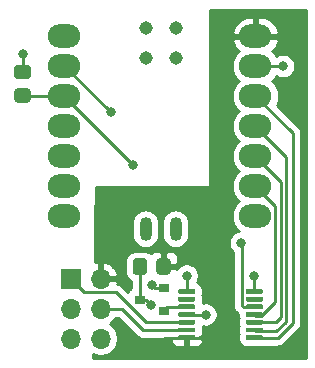
<source format=gbr>
%TF.GenerationSoftware,KiCad,Pcbnew,(5.1.9)-1*%
%TF.CreationDate,2021-01-02T03:16:17-08:00*%
%TF.ProjectId,xiao-isp-programmer,7869616f-2d69-4737-902d-70726f677261,rev?*%
%TF.SameCoordinates,Original*%
%TF.FileFunction,Copper,L1,Top*%
%TF.FilePolarity,Positive*%
%FSLAX46Y46*%
G04 Gerber Fmt 4.6, Leading zero omitted, Abs format (unit mm)*
G04 Created by KiCad (PCBNEW (5.1.9)-1) date 2021-01-02 03:16:17*
%MOMM*%
%LPD*%
G01*
G04 APERTURE LIST*
%TA.AperFunction,ComponentPad*%
%ADD10R,1.700000X1.700000*%
%TD*%
%TA.AperFunction,ComponentPad*%
%ADD11O,1.700000X1.700000*%
%TD*%
%TA.AperFunction,SMDPad,CuDef*%
%ADD12R,0.900000X0.800000*%
%TD*%
%TA.AperFunction,SMDPad,CuDef*%
%ADD13O,2.748280X1.998980*%
%TD*%
%TA.AperFunction,SMDPad,CuDef*%
%ADD14O,1.016000X2.032000*%
%TD*%
%TA.AperFunction,SMDPad,CuDef*%
%ADD15C,1.143000*%
%TD*%
%TA.AperFunction,ViaPad*%
%ADD16C,0.800000*%
%TD*%
%TA.AperFunction,Conductor*%
%ADD17C,0.250000*%
%TD*%
%TA.AperFunction,Conductor*%
%ADD18C,0.254000*%
%TD*%
%TA.AperFunction,Conductor*%
%ADD19C,0.100000*%
%TD*%
G04 APERTURE END LIST*
D10*
%TO.P,J1,1*%
%TO.N,MISO*%
X49530000Y-168402000D03*
D11*
%TO.P,J1,2*%
%TO.N,+5V*%
X52070000Y-168402000D03*
%TO.P,J1,3*%
%TO.N,SCK*%
X49530000Y-170942000D03*
%TO.P,J1,4*%
%TO.N,MOSI*%
X52070000Y-170942000D03*
%TO.P,J1,5*%
%TO.N,~RESET*%
X49530000Y-173482000D03*
%TO.P,J1,6*%
%TO.N,GND*%
X52070000Y-173482000D03*
%TD*%
D12*
%TO.P,Q1,1*%
%TO.N,Net-(Q1-Pad1)*%
X57404000Y-171130000D03*
%TO.P,Q1,2*%
%TO.N,GND*%
X57404000Y-169230000D03*
%TO.P,Q1,3*%
%TO.N,~RESET*%
X55404000Y-170180000D03*
%TD*%
%TO.P,R1,1*%
%TO.N,+5V*%
%TA.AperFunction,SMDPad,CuDef*%
G36*
G01*
X58004000Y-166935999D02*
X58004000Y-167836001D01*
G75*
G02*
X57754001Y-168086000I-249999J0D01*
G01*
X57053999Y-168086000D01*
G75*
G02*
X56804000Y-167836001I0J249999D01*
G01*
X56804000Y-166935999D01*
G75*
G02*
X57053999Y-166686000I249999J0D01*
G01*
X57754001Y-166686000D01*
G75*
G02*
X58004000Y-166935999I0J-249999D01*
G01*
G37*
%TD.AperFunction*%
%TO.P,R1,2*%
%TO.N,~RESET*%
%TA.AperFunction,SMDPad,CuDef*%
G36*
G01*
X56004000Y-166935999D02*
X56004000Y-167836001D01*
G75*
G02*
X55754001Y-168086000I-249999J0D01*
G01*
X55053999Y-168086000D01*
G75*
G02*
X54804000Y-167836001I0J249999D01*
G01*
X54804000Y-166935999D01*
G75*
G02*
X55053999Y-166686000I249999J0D01*
G01*
X55754001Y-166686000D01*
G75*
G02*
X56004000Y-166935999I0J-249999D01*
G01*
G37*
%TD.AperFunction*%
%TD*%
D13*
%TO.P,U1,14*%
%TO.N,+5V*%
X65180681Y-147878801D03*
%TO.P,U1,13*%
%TO.N,GND*%
X65180681Y-150418801D03*
%TO.P,U1,12*%
%TO.N,+3V3*%
X65180681Y-152958801D03*
%TO.P,U1,11*%
%TO.N,Net-(U1-Pad11)*%
X65180681Y-155498801D03*
%TO.P,U1,10*%
%TO.N,Net-(U1-Pad10)*%
X65180681Y-158038801D03*
%TO.P,U1,9*%
%TO.N,Net-(U1-Pad9)*%
X65180681Y-160578801D03*
%TO.P,U1,8*%
%TO.N,N/C*%
X65180681Y-163118801D03*
%TO.P,U1,7*%
X49016121Y-163118801D03*
%TO.P,U1,6*%
X49016121Y-160578801D03*
%TO.P,U1,5*%
X49016121Y-158038801D03*
%TO.P,U1,4*%
X49016121Y-155498801D03*
%TO.P,U1,3*%
%TO.N,OE*%
X49016121Y-152958801D03*
%TO.P,U1,2*%
%TO.N,RESET*%
X49016121Y-150418801D03*
%TO.P,U1,1*%
%TO.N,N/C*%
X49016121Y-147878801D03*
D14*
%TO.P,U1,15*%
X55883001Y-164196621D03*
%TO.P,U1,16*%
X58433001Y-164196621D03*
D15*
%TO.P,U1,17*%
X55881804Y-147192434D03*
%TO.P,U1,18*%
X58421804Y-147192434D03*
%TO.P,U1,19*%
X55881804Y-149732434D03*
%TO.P,U1,20*%
X58421804Y-149732434D03*
%TD*%
%TO.P,U2,1*%
%TO.N,+3V3*%
%TA.AperFunction,SMDPad,CuDef*%
G36*
G01*
X65830000Y-173300000D02*
X65830000Y-173500000D01*
G75*
G02*
X65730000Y-173600000I-100000J0D01*
G01*
X64455000Y-173600000D01*
G75*
G02*
X64355000Y-173500000I0J100000D01*
G01*
X64355000Y-173300000D01*
G75*
G02*
X64455000Y-173200000I100000J0D01*
G01*
X65730000Y-173200000D01*
G75*
G02*
X65830000Y-173300000I0J-100000D01*
G01*
G37*
%TD.AperFunction*%
%TO.P,U2,2*%
%TO.N,Net-(U1-Pad11)*%
%TA.AperFunction,SMDPad,CuDef*%
G36*
G01*
X65830000Y-172650000D02*
X65830000Y-172850000D01*
G75*
G02*
X65730000Y-172950000I-100000J0D01*
G01*
X64455000Y-172950000D01*
G75*
G02*
X64355000Y-172850000I0J100000D01*
G01*
X64355000Y-172650000D01*
G75*
G02*
X64455000Y-172550000I100000J0D01*
G01*
X65730000Y-172550000D01*
G75*
G02*
X65830000Y-172650000I0J-100000D01*
G01*
G37*
%TD.AperFunction*%
%TO.P,U2,3*%
%TO.N,Net-(U1-Pad10)*%
%TA.AperFunction,SMDPad,CuDef*%
G36*
G01*
X65830000Y-172000000D02*
X65830000Y-172200000D01*
G75*
G02*
X65730000Y-172300000I-100000J0D01*
G01*
X64455000Y-172300000D01*
G75*
G02*
X64355000Y-172200000I0J100000D01*
G01*
X64355000Y-172000000D01*
G75*
G02*
X64455000Y-171900000I100000J0D01*
G01*
X65730000Y-171900000D01*
G75*
G02*
X65830000Y-172000000I0J-100000D01*
G01*
G37*
%TD.AperFunction*%
%TO.P,U2,4*%
%TO.N,Net-(U1-Pad9)*%
%TA.AperFunction,SMDPad,CuDef*%
G36*
G01*
X65830000Y-171350000D02*
X65830000Y-171550000D01*
G75*
G02*
X65730000Y-171650000I-100000J0D01*
G01*
X64455000Y-171650000D01*
G75*
G02*
X64355000Y-171550000I0J100000D01*
G01*
X64355000Y-171350000D01*
G75*
G02*
X64455000Y-171250000I100000J0D01*
G01*
X65730000Y-171250000D01*
G75*
G02*
X65830000Y-171350000I0J-100000D01*
G01*
G37*
%TD.AperFunction*%
%TO.P,U2,5*%
%TO.N,RESET*%
%TA.AperFunction,SMDPad,CuDef*%
G36*
G01*
X65830000Y-170700000D02*
X65830000Y-170900000D01*
G75*
G02*
X65730000Y-171000000I-100000J0D01*
G01*
X64455000Y-171000000D01*
G75*
G02*
X64355000Y-170900000I0J100000D01*
G01*
X64355000Y-170700000D01*
G75*
G02*
X64455000Y-170600000I100000J0D01*
G01*
X65730000Y-170600000D01*
G75*
G02*
X65830000Y-170700000I0J-100000D01*
G01*
G37*
%TD.AperFunction*%
%TO.P,U2,6*%
%TO.N,N/C*%
%TA.AperFunction,SMDPad,CuDef*%
G36*
G01*
X65830000Y-170050000D02*
X65830000Y-170250000D01*
G75*
G02*
X65730000Y-170350000I-100000J0D01*
G01*
X64455000Y-170350000D01*
G75*
G02*
X64355000Y-170250000I0J100000D01*
G01*
X64355000Y-170050000D01*
G75*
G02*
X64455000Y-169950000I100000J0D01*
G01*
X65730000Y-169950000D01*
G75*
G02*
X65830000Y-170050000I0J-100000D01*
G01*
G37*
%TD.AperFunction*%
%TO.P,U2,7*%
%TO.N,GND*%
%TA.AperFunction,SMDPad,CuDef*%
G36*
G01*
X65830000Y-169400000D02*
X65830000Y-169600000D01*
G75*
G02*
X65730000Y-169700000I-100000J0D01*
G01*
X64455000Y-169700000D01*
G75*
G02*
X64355000Y-169600000I0J100000D01*
G01*
X64355000Y-169400000D01*
G75*
G02*
X64455000Y-169300000I100000J0D01*
G01*
X65730000Y-169300000D01*
G75*
G02*
X65830000Y-169400000I0J-100000D01*
G01*
G37*
%TD.AperFunction*%
%TO.P,U2,8*%
%TO.N,OE*%
%TA.AperFunction,SMDPad,CuDef*%
G36*
G01*
X60105000Y-169400000D02*
X60105000Y-169600000D01*
G75*
G02*
X60005000Y-169700000I-100000J0D01*
G01*
X58730000Y-169700000D01*
G75*
G02*
X58630000Y-169600000I0J100000D01*
G01*
X58630000Y-169400000D01*
G75*
G02*
X58730000Y-169300000I100000J0D01*
G01*
X60005000Y-169300000D01*
G75*
G02*
X60105000Y-169400000I0J-100000D01*
G01*
G37*
%TD.AperFunction*%
%TO.P,U2,9*%
%TO.N,N/C*%
%TA.AperFunction,SMDPad,CuDef*%
G36*
G01*
X60105000Y-170050000D02*
X60105000Y-170250000D01*
G75*
G02*
X60005000Y-170350000I-100000J0D01*
G01*
X58730000Y-170350000D01*
G75*
G02*
X58630000Y-170250000I0J100000D01*
G01*
X58630000Y-170050000D01*
G75*
G02*
X58730000Y-169950000I100000J0D01*
G01*
X60005000Y-169950000D01*
G75*
G02*
X60105000Y-170050000I0J-100000D01*
G01*
G37*
%TD.AperFunction*%
%TO.P,U2,10*%
%TO.N,Net-(Q1-Pad1)*%
%TA.AperFunction,SMDPad,CuDef*%
G36*
G01*
X60105000Y-170700000D02*
X60105000Y-170900000D01*
G75*
G02*
X60005000Y-171000000I-100000J0D01*
G01*
X58730000Y-171000000D01*
G75*
G02*
X58630000Y-170900000I0J100000D01*
G01*
X58630000Y-170700000D01*
G75*
G02*
X58730000Y-170600000I100000J0D01*
G01*
X60005000Y-170600000D01*
G75*
G02*
X60105000Y-170700000I0J-100000D01*
G01*
G37*
%TD.AperFunction*%
%TO.P,U2,11*%
%TO.N,SCK*%
%TA.AperFunction,SMDPad,CuDef*%
G36*
G01*
X60105000Y-171350000D02*
X60105000Y-171550000D01*
G75*
G02*
X60005000Y-171650000I-100000J0D01*
G01*
X58730000Y-171650000D01*
G75*
G02*
X58630000Y-171550000I0J100000D01*
G01*
X58630000Y-171350000D01*
G75*
G02*
X58730000Y-171250000I100000J0D01*
G01*
X60005000Y-171250000D01*
G75*
G02*
X60105000Y-171350000I0J-100000D01*
G01*
G37*
%TD.AperFunction*%
%TO.P,U2,12*%
%TO.N,MISO*%
%TA.AperFunction,SMDPad,CuDef*%
G36*
G01*
X60105000Y-172000000D02*
X60105000Y-172200000D01*
G75*
G02*
X60005000Y-172300000I-100000J0D01*
G01*
X58730000Y-172300000D01*
G75*
G02*
X58630000Y-172200000I0J100000D01*
G01*
X58630000Y-172000000D01*
G75*
G02*
X58730000Y-171900000I100000J0D01*
G01*
X60005000Y-171900000D01*
G75*
G02*
X60105000Y-172000000I0J-100000D01*
G01*
G37*
%TD.AperFunction*%
%TO.P,U2,13*%
%TO.N,MOSI*%
%TA.AperFunction,SMDPad,CuDef*%
G36*
G01*
X60105000Y-172650000D02*
X60105000Y-172850000D01*
G75*
G02*
X60005000Y-172950000I-100000J0D01*
G01*
X58730000Y-172950000D01*
G75*
G02*
X58630000Y-172850000I0J100000D01*
G01*
X58630000Y-172650000D01*
G75*
G02*
X58730000Y-172550000I100000J0D01*
G01*
X60005000Y-172550000D01*
G75*
G02*
X60105000Y-172650000I0J-100000D01*
G01*
G37*
%TD.AperFunction*%
%TO.P,U2,14*%
%TO.N,+5V*%
%TA.AperFunction,SMDPad,CuDef*%
G36*
G01*
X60105000Y-173300000D02*
X60105000Y-173500000D01*
G75*
G02*
X60005000Y-173600000I-100000J0D01*
G01*
X58730000Y-173600000D01*
G75*
G02*
X58630000Y-173500000I0J100000D01*
G01*
X58630000Y-173300000D01*
G75*
G02*
X58730000Y-173200000I100000J0D01*
G01*
X60005000Y-173200000D01*
G75*
G02*
X60105000Y-173300000I0J-100000D01*
G01*
G37*
%TD.AperFunction*%
%TD*%
%TO.P,R2,1*%
%TO.N,OE*%
%TA.AperFunction,SMDPad,CuDef*%
G36*
G01*
X45916001Y-153508000D02*
X45015999Y-153508000D01*
G75*
G02*
X44766000Y-153258001I0J249999D01*
G01*
X44766000Y-152557999D01*
G75*
G02*
X45015999Y-152308000I249999J0D01*
G01*
X45916001Y-152308000D01*
G75*
G02*
X46166000Y-152557999I0J-249999D01*
G01*
X46166000Y-153258001D01*
G75*
G02*
X45916001Y-153508000I-249999J0D01*
G01*
G37*
%TD.AperFunction*%
%TO.P,R2,2*%
%TO.N,GND*%
%TA.AperFunction,SMDPad,CuDef*%
G36*
G01*
X45916001Y-151508000D02*
X45015999Y-151508000D01*
G75*
G02*
X44766000Y-151258001I0J249999D01*
G01*
X44766000Y-150557999D01*
G75*
G02*
X45015999Y-150308000I249999J0D01*
G01*
X45916001Y-150308000D01*
G75*
G02*
X46166000Y-150557999I0J-249999D01*
G01*
X46166000Y-151258001D01*
G75*
G02*
X45916001Y-151508000I-249999J0D01*
G01*
G37*
%TD.AperFunction*%
%TD*%
D16*
%TO.N,GND*%
X65092500Y-168216500D03*
X45466000Y-149352000D03*
X67513199Y-150418801D03*
X56388000Y-168910000D03*
%TO.N,SCK*%
X60960000Y-171450000D03*
%TO.N,~RESET*%
X56355643Y-170685599D03*
%TO.N,OE*%
X54835660Y-158778340D03*
X59367500Y-168148000D03*
%TO.N,RESET*%
X52930660Y-154333340D03*
X63979660Y-165382340D03*
%TD*%
D17*
%TO.N,GND*%
X65092500Y-169500000D02*
X65092500Y-168216500D01*
X45466000Y-150908000D02*
X45466000Y-149352000D01*
X65180681Y-150418801D02*
X67513199Y-150418801D01*
X57404000Y-169230000D02*
X56708000Y-169230000D01*
X56708000Y-169230000D02*
X56388000Y-168910000D01*
%TO.N,MISO*%
X50705001Y-169577001D02*
X49530000Y-168402000D01*
X53365999Y-169577001D02*
X50705001Y-169577001D01*
X55888998Y-172100000D02*
X53365999Y-169577001D01*
X59367500Y-172100000D02*
X55888998Y-172100000D01*
%TO.N,+5V*%
X59367500Y-173400000D02*
X57486000Y-173400000D01*
X59367500Y-173400000D02*
X61386000Y-173400000D01*
%TO.N,SCK*%
X59367500Y-171450000D02*
X60960000Y-171450000D01*
%TO.N,MOSI*%
X59367500Y-172750000D02*
X55656000Y-172750000D01*
X53848000Y-170942000D02*
X52070000Y-170942000D01*
X55656000Y-172750000D02*
X53848000Y-170942000D01*
%TO.N,~RESET*%
X55404000Y-170180000D02*
X55404000Y-167386000D01*
X56385599Y-170685599D02*
X56355643Y-170685599D01*
X55880000Y-170180000D02*
X56385599Y-170685599D01*
X55404000Y-170180000D02*
X55880000Y-170180000D01*
%TO.N,Net-(Q1-Pad1)*%
X57734000Y-170800000D02*
X57404000Y-171130000D01*
X59367500Y-170800000D02*
X57734000Y-170800000D01*
%TO.N,+3V3*%
X68326000Y-156104120D02*
X65180681Y-152958801D01*
X68326000Y-172141468D02*
X68326000Y-156104120D01*
X67067468Y-173400000D02*
X68326000Y-172141468D01*
X65092500Y-173400000D02*
X67067468Y-173400000D01*
%TO.N,Net-(U1-Pad11)*%
X66956068Y-172874990D02*
X65217490Y-172874990D01*
X67779849Y-172051209D02*
X66956068Y-172874990D01*
X67779849Y-158097969D02*
X67779849Y-172051209D01*
X65217490Y-172874990D02*
X65092500Y-172750000D01*
X65180681Y-155498801D02*
X67779849Y-158097969D01*
%TO.N,Net-(U1-Pad10)*%
X66914000Y-172100000D02*
X65092500Y-172100000D01*
X67329840Y-171684160D02*
X66914000Y-172100000D01*
X67329840Y-160187960D02*
X67329840Y-171684160D01*
X65180681Y-158038801D02*
X67329840Y-160187960D01*
%TO.N,Net-(U1-Pad9)*%
X65217490Y-171574990D02*
X65092500Y-171450000D01*
X65656068Y-171574990D02*
X65217490Y-171574990D01*
X66879831Y-170351227D02*
X65656068Y-171574990D01*
X66879831Y-162277951D02*
X66879831Y-170351227D01*
X65180681Y-160578801D02*
X66879831Y-162277951D01*
%TO.N,OE*%
X48965320Y-152908000D02*
X49016121Y-152958801D01*
X45450000Y-152908000D02*
X48965320Y-152908000D01*
X54835660Y-158778340D02*
X49016121Y-152958801D01*
X59367500Y-169500000D02*
X59367500Y-168148000D01*
%TO.N,RESET*%
X64153962Y-170800000D02*
X65092500Y-170800000D01*
X64029990Y-170676028D02*
X64153962Y-170800000D01*
X64029990Y-165432670D02*
X64029990Y-170676028D01*
X49016121Y-150418801D02*
X52930660Y-154333340D01*
X63979660Y-165382340D02*
X64029990Y-165432670D01*
%TD*%
D18*
%TO.N,+5V*%
X69444000Y-175108000D02*
X51446017Y-175108000D01*
X51450604Y-174832790D01*
X51636842Y-174909932D01*
X51923740Y-174967000D01*
X52216260Y-174967000D01*
X52503158Y-174909932D01*
X52773411Y-174797990D01*
X53016632Y-174635475D01*
X53223475Y-174428632D01*
X53385990Y-174185411D01*
X53497932Y-173915158D01*
X53555000Y-173628260D01*
X53555000Y-173335740D01*
X53497932Y-173048842D01*
X53385990Y-172778589D01*
X53223475Y-172535368D01*
X53016632Y-172328525D01*
X52842240Y-172212000D01*
X53016632Y-172095475D01*
X53223475Y-171888632D01*
X53348178Y-171702000D01*
X53533199Y-171702000D01*
X55092200Y-173261002D01*
X55115999Y-173290001D01*
X55144997Y-173313799D01*
X55231723Y-173384974D01*
X55332403Y-173438789D01*
X55363753Y-173455546D01*
X55507014Y-173499003D01*
X55618667Y-173510000D01*
X55618676Y-173510000D01*
X55655999Y-173513676D01*
X55693322Y-173510000D01*
X57995000Y-173510000D01*
X57995000Y-173527002D01*
X58099748Y-173527002D01*
X57995000Y-173631750D01*
X58006132Y-173733883D01*
X58044239Y-173853021D01*
X58104856Y-173962436D01*
X58185654Y-174057922D01*
X58283529Y-174135811D01*
X58394718Y-174193109D01*
X58514948Y-174227614D01*
X58639600Y-174238000D01*
X59081750Y-174235000D01*
X59240500Y-174076250D01*
X59240500Y-173588072D01*
X59494500Y-173588072D01*
X59494500Y-174076250D01*
X59653250Y-174235000D01*
X60095400Y-174238000D01*
X60220052Y-174227614D01*
X60340282Y-174193109D01*
X60451471Y-174135811D01*
X60549346Y-174057922D01*
X60630144Y-173962436D01*
X60690761Y-173853021D01*
X60728868Y-173733883D01*
X60740000Y-173631750D01*
X60581250Y-173473000D01*
X60397622Y-173473000D01*
X60415051Y-173463684D01*
X60526896Y-173371896D01*
X60563741Y-173327000D01*
X60581250Y-173327000D01*
X60740000Y-173168250D01*
X60728868Y-173066117D01*
X60717650Y-173031045D01*
X60728890Y-172993991D01*
X60743072Y-172850000D01*
X60743072Y-172650000D01*
X60728890Y-172506009D01*
X60713813Y-172456308D01*
X60858061Y-172485000D01*
X61061939Y-172485000D01*
X61261898Y-172445226D01*
X61450256Y-172367205D01*
X61619774Y-172253937D01*
X61763937Y-172109774D01*
X61877205Y-171940256D01*
X61955226Y-171751898D01*
X61995000Y-171551939D01*
X61995000Y-171348061D01*
X61955226Y-171148102D01*
X61877205Y-170959744D01*
X61763937Y-170790226D01*
X61619774Y-170646063D01*
X61450256Y-170532795D01*
X61261898Y-170454774D01*
X61061939Y-170415000D01*
X60858061Y-170415000D01*
X60713813Y-170443692D01*
X60728890Y-170393991D01*
X60743072Y-170250000D01*
X60743072Y-170050000D01*
X60728890Y-169906009D01*
X60704316Y-169825000D01*
X60728890Y-169743991D01*
X60743072Y-169600000D01*
X60743072Y-169400000D01*
X60728890Y-169256009D01*
X60686890Y-169117552D01*
X60618684Y-168989949D01*
X60526896Y-168878104D01*
X60415051Y-168786316D01*
X60287448Y-168718110D01*
X60240803Y-168703960D01*
X60284705Y-168638256D01*
X60362726Y-168449898D01*
X60402500Y-168249939D01*
X60402500Y-168046061D01*
X60362726Y-167846102D01*
X60284705Y-167657744D01*
X60171437Y-167488226D01*
X60027274Y-167344063D01*
X59857756Y-167230795D01*
X59669398Y-167152774D01*
X59469439Y-167113000D01*
X59265561Y-167113000D01*
X59065602Y-167152774D01*
X58877244Y-167230795D01*
X58707726Y-167344063D01*
X58563563Y-167488226D01*
X58520269Y-167553019D01*
X58480250Y-167513000D01*
X57531000Y-167513000D01*
X57531000Y-167533000D01*
X57277000Y-167533000D01*
X57277000Y-167513000D01*
X57257000Y-167513000D01*
X57257000Y-167259000D01*
X57277000Y-167259000D01*
X57277000Y-166209750D01*
X57531000Y-166209750D01*
X57531000Y-167259000D01*
X58480250Y-167259000D01*
X58639000Y-167100250D01*
X58642072Y-166686000D01*
X58629812Y-166561518D01*
X58593502Y-166441820D01*
X58534537Y-166331506D01*
X58455185Y-166234815D01*
X58358494Y-166155463D01*
X58248180Y-166096498D01*
X58128482Y-166060188D01*
X58004000Y-166047928D01*
X57689750Y-166051000D01*
X57531000Y-166209750D01*
X57277000Y-166209750D01*
X57118250Y-166051000D01*
X56804000Y-166047928D01*
X56679518Y-166060188D01*
X56559820Y-166096498D01*
X56449506Y-166155463D01*
X56352815Y-166234815D01*
X56328637Y-166264276D01*
X56247387Y-166197595D01*
X56093851Y-166115528D01*
X55927255Y-166064992D01*
X55754001Y-166047928D01*
X55053999Y-166047928D01*
X54880745Y-166064992D01*
X54714149Y-166115528D01*
X54560613Y-166197595D01*
X54426038Y-166308038D01*
X54315595Y-166442613D01*
X54233528Y-166596149D01*
X54182992Y-166762745D01*
X54165928Y-166935999D01*
X54165928Y-167836001D01*
X54182992Y-168009255D01*
X54233528Y-168175851D01*
X54315595Y-168329387D01*
X54426038Y-168463962D01*
X54560613Y-168574405D01*
X54644001Y-168618977D01*
X54644000Y-169225680D01*
X54599506Y-169249463D01*
X54502815Y-169328815D01*
X54423463Y-169425506D01*
X54376732Y-169512932D01*
X53929803Y-169066004D01*
X53906000Y-169037000D01*
X53790275Y-168942027D01*
X53658246Y-168871455D01*
X53514985Y-168827998D01*
X53491224Y-168825658D01*
X53511476Y-168758890D01*
X53390155Y-168529000D01*
X52197000Y-168529000D01*
X52197000Y-168549000D01*
X51943000Y-168549000D01*
X51943000Y-168529000D01*
X51923000Y-168529000D01*
X51923000Y-168275000D01*
X51943000Y-168275000D01*
X51943000Y-167081186D01*
X52197000Y-167081186D01*
X52197000Y-168275000D01*
X53390155Y-168275000D01*
X53511476Y-168045110D01*
X53466825Y-167897901D01*
X53341641Y-167635080D01*
X53167588Y-167401731D01*
X52951355Y-167206822D01*
X52701252Y-167057843D01*
X52426891Y-166960519D01*
X52197000Y-167081186D01*
X51943000Y-167081186D01*
X51713109Y-166960519D01*
X51581028Y-167007372D01*
X51637276Y-163632476D01*
X54740001Y-163632476D01*
X54740001Y-164760767D01*
X54756540Y-164928688D01*
X54821898Y-165144144D01*
X54928034Y-165342710D01*
X55070869Y-165516754D01*
X55244913Y-165659589D01*
X55443479Y-165765724D01*
X55658935Y-165831082D01*
X55883001Y-165853151D01*
X56107068Y-165831082D01*
X56322524Y-165765724D01*
X56521090Y-165659589D01*
X56695134Y-165516754D01*
X56837969Y-165342710D01*
X56944104Y-165144144D01*
X57009462Y-164928688D01*
X57026001Y-164760767D01*
X57026001Y-163632476D01*
X57290001Y-163632476D01*
X57290001Y-164760767D01*
X57306540Y-164928688D01*
X57371898Y-165144144D01*
X57478034Y-165342710D01*
X57620869Y-165516754D01*
X57794913Y-165659589D01*
X57993479Y-165765724D01*
X58208935Y-165831082D01*
X58433001Y-165853151D01*
X58657068Y-165831082D01*
X58872524Y-165765724D01*
X59071090Y-165659589D01*
X59245134Y-165516754D01*
X59387969Y-165342710D01*
X59421273Y-165280401D01*
X62944660Y-165280401D01*
X62944660Y-165484279D01*
X62984434Y-165684238D01*
X63062455Y-165872596D01*
X63175723Y-166042114D01*
X63269990Y-166136381D01*
X63269991Y-170638696D01*
X63266314Y-170676028D01*
X63269991Y-170713361D01*
X63280988Y-170825014D01*
X63284853Y-170837754D01*
X63324444Y-170968274D01*
X63395016Y-171100304D01*
X63436387Y-171150714D01*
X63489990Y-171216029D01*
X63518988Y-171239827D01*
X63590158Y-171310997D01*
X63613961Y-171340001D01*
X63716928Y-171424504D01*
X63716928Y-171550000D01*
X63731110Y-171693991D01*
X63755684Y-171775000D01*
X63731110Y-171856009D01*
X63716928Y-172000000D01*
X63716928Y-172200000D01*
X63731110Y-172343991D01*
X63755684Y-172425000D01*
X63731110Y-172506009D01*
X63716928Y-172650000D01*
X63716928Y-172850000D01*
X63731110Y-172993991D01*
X63755684Y-173075000D01*
X63731110Y-173156009D01*
X63716928Y-173300000D01*
X63716928Y-173500000D01*
X63731110Y-173643991D01*
X63773110Y-173782448D01*
X63841316Y-173910051D01*
X63933104Y-174021896D01*
X64044949Y-174113684D01*
X64172552Y-174181890D01*
X64311009Y-174223890D01*
X64455000Y-174238072D01*
X65730000Y-174238072D01*
X65873991Y-174223890D01*
X66012448Y-174181890D01*
X66053401Y-174160000D01*
X67030146Y-174160000D01*
X67067468Y-174163676D01*
X67104790Y-174160000D01*
X67104801Y-174160000D01*
X67216454Y-174149003D01*
X67359715Y-174105546D01*
X67491744Y-174034974D01*
X67607469Y-173940001D01*
X67631272Y-173910997D01*
X68837004Y-172705266D01*
X68866001Y-172681469D01*
X68900034Y-172640000D01*
X68960974Y-172565745D01*
X69031546Y-172433715D01*
X69061493Y-172334990D01*
X69075003Y-172290454D01*
X69086000Y-172178801D01*
X69086000Y-172178792D01*
X69089676Y-172141469D01*
X69086000Y-172104146D01*
X69086000Y-156141445D01*
X69089676Y-156104120D01*
X69086000Y-156066795D01*
X69086000Y-156066787D01*
X69075003Y-155955134D01*
X69031546Y-155811873D01*
X68960974Y-155679844D01*
X68866001Y-155564119D01*
X68837003Y-155540321D01*
X67006977Y-153710296D01*
X67072709Y-153587320D01*
X67166171Y-153279217D01*
X67197729Y-152958801D01*
X67166171Y-152638385D01*
X67072709Y-152330282D01*
X66920935Y-152046334D01*
X66716682Y-151797450D01*
X66584292Y-151688801D01*
X66716682Y-151580152D01*
X66920935Y-151331268D01*
X66945914Y-151284537D01*
X67022943Y-151336006D01*
X67211301Y-151414027D01*
X67411260Y-151453801D01*
X67615138Y-151453801D01*
X67815097Y-151414027D01*
X68003455Y-151336006D01*
X68172973Y-151222738D01*
X68317136Y-151078575D01*
X68430404Y-150909057D01*
X68508425Y-150720699D01*
X68548199Y-150520740D01*
X68548199Y-150316862D01*
X68508425Y-150116903D01*
X68430404Y-149928545D01*
X68317136Y-149759027D01*
X68172973Y-149614864D01*
X68003455Y-149501596D01*
X67815097Y-149423575D01*
X67615138Y-149383801D01*
X67411260Y-149383801D01*
X67211301Y-149423575D01*
X67022943Y-149501596D01*
X66945914Y-149553065D01*
X66920935Y-149506334D01*
X66716682Y-149257450D01*
X66586426Y-149150552D01*
X66800893Y-148944757D01*
X66984918Y-148681278D01*
X67114004Y-148386960D01*
X67144950Y-148259155D01*
X67025596Y-148005801D01*
X65307681Y-148005801D01*
X65307681Y-148025801D01*
X65053681Y-148025801D01*
X65053681Y-148005801D01*
X63335766Y-148005801D01*
X63216412Y-148259155D01*
X63247358Y-148386960D01*
X63376444Y-148681278D01*
X63560469Y-148944757D01*
X63774936Y-149150552D01*
X63644680Y-149257450D01*
X63440427Y-149506334D01*
X63288653Y-149790282D01*
X63195191Y-150098385D01*
X63163633Y-150418801D01*
X63195191Y-150739217D01*
X63288653Y-151047320D01*
X63440427Y-151331268D01*
X63644680Y-151580152D01*
X63777070Y-151688801D01*
X63644680Y-151797450D01*
X63440427Y-152046334D01*
X63288653Y-152330282D01*
X63195191Y-152638385D01*
X63163633Y-152958801D01*
X63195191Y-153279217D01*
X63288653Y-153587320D01*
X63440427Y-153871268D01*
X63644680Y-154120152D01*
X63777070Y-154228801D01*
X63644680Y-154337450D01*
X63440427Y-154586334D01*
X63288653Y-154870282D01*
X63195191Y-155178385D01*
X63163633Y-155498801D01*
X63195191Y-155819217D01*
X63288653Y-156127320D01*
X63440427Y-156411268D01*
X63644680Y-156660152D01*
X63777070Y-156768801D01*
X63644680Y-156877450D01*
X63440427Y-157126334D01*
X63288653Y-157410282D01*
X63195191Y-157718385D01*
X63163633Y-158038801D01*
X63195191Y-158359217D01*
X63288653Y-158667320D01*
X63440427Y-158951268D01*
X63644680Y-159200152D01*
X63777070Y-159308801D01*
X63644680Y-159417450D01*
X63440427Y-159666334D01*
X63288653Y-159950282D01*
X63195191Y-160258385D01*
X63163633Y-160578801D01*
X63195191Y-160899217D01*
X63288653Y-161207320D01*
X63440427Y-161491268D01*
X63644680Y-161740152D01*
X63777070Y-161848801D01*
X63644680Y-161957450D01*
X63440427Y-162206334D01*
X63288653Y-162490282D01*
X63195191Y-162798385D01*
X63163633Y-163118801D01*
X63195191Y-163439217D01*
X63288653Y-163747320D01*
X63440427Y-164031268D01*
X63644680Y-164280152D01*
X63756041Y-164371543D01*
X63677762Y-164387114D01*
X63489404Y-164465135D01*
X63319886Y-164578403D01*
X63175723Y-164722566D01*
X63062455Y-164892084D01*
X62984434Y-165080442D01*
X62944660Y-165280401D01*
X59421273Y-165280401D01*
X59494104Y-165144144D01*
X59559462Y-164928688D01*
X59576001Y-164760767D01*
X59576001Y-163632475D01*
X59559462Y-163464554D01*
X59494104Y-163249098D01*
X59387969Y-163050532D01*
X59245134Y-162876488D01*
X59071089Y-162733653D01*
X58872523Y-162627518D01*
X58657067Y-162562160D01*
X58433001Y-162540091D01*
X58208934Y-162562160D01*
X57993478Y-162627518D01*
X57794912Y-162733653D01*
X57620868Y-162876488D01*
X57478033Y-163050533D01*
X57371898Y-163249099D01*
X57306540Y-163464555D01*
X57290001Y-163632476D01*
X57026001Y-163632476D01*
X57026001Y-163632475D01*
X57009462Y-163464554D01*
X56944104Y-163249098D01*
X56837969Y-163050532D01*
X56695134Y-162876488D01*
X56521089Y-162733653D01*
X56322523Y-162627518D01*
X56107067Y-162562160D01*
X55883001Y-162540091D01*
X55658934Y-162562160D01*
X55443478Y-162627518D01*
X55244912Y-162733653D01*
X55070868Y-162876488D01*
X54928033Y-163050533D01*
X54821898Y-163249099D01*
X54756540Y-163464555D01*
X54740001Y-163632476D01*
X51637276Y-163632476D01*
X51686901Y-160655000D01*
X61214000Y-160655000D01*
X61238776Y-160652560D01*
X61262601Y-160645333D01*
X61284557Y-160633597D01*
X61303803Y-160617803D01*
X61319597Y-160598557D01*
X61331333Y-160576601D01*
X61338560Y-160552776D01*
X61341000Y-160528000D01*
X61341000Y-147498447D01*
X63216412Y-147498447D01*
X63335766Y-147751801D01*
X65053681Y-147751801D01*
X65053681Y-146244311D01*
X65307681Y-146244311D01*
X65307681Y-147751801D01*
X67025596Y-147751801D01*
X67144950Y-147498447D01*
X67114004Y-147370642D01*
X66984918Y-147076324D01*
X66800893Y-146812845D01*
X66569002Y-146590330D01*
X66298156Y-146417330D01*
X65998764Y-146300494D01*
X65682331Y-146244311D01*
X65307681Y-146244311D01*
X65053681Y-146244311D01*
X64679031Y-146244311D01*
X64362598Y-146300494D01*
X64063206Y-146417330D01*
X63792360Y-146590330D01*
X63560469Y-146812845D01*
X63376444Y-147076324D01*
X63247358Y-147370642D01*
X63216412Y-147498447D01*
X61341000Y-147498447D01*
X61341000Y-145694000D01*
X69444001Y-145694000D01*
X69444000Y-175108000D01*
%TA.AperFunction,Conductor*%
D19*
G36*
X69444000Y-175108000D02*
G01*
X51446017Y-175108000D01*
X51450604Y-174832790D01*
X51636842Y-174909932D01*
X51923740Y-174967000D01*
X52216260Y-174967000D01*
X52503158Y-174909932D01*
X52773411Y-174797990D01*
X53016632Y-174635475D01*
X53223475Y-174428632D01*
X53385990Y-174185411D01*
X53497932Y-173915158D01*
X53555000Y-173628260D01*
X53555000Y-173335740D01*
X53497932Y-173048842D01*
X53385990Y-172778589D01*
X53223475Y-172535368D01*
X53016632Y-172328525D01*
X52842240Y-172212000D01*
X53016632Y-172095475D01*
X53223475Y-171888632D01*
X53348178Y-171702000D01*
X53533199Y-171702000D01*
X55092200Y-173261002D01*
X55115999Y-173290001D01*
X55144997Y-173313799D01*
X55231723Y-173384974D01*
X55332403Y-173438789D01*
X55363753Y-173455546D01*
X55507014Y-173499003D01*
X55618667Y-173510000D01*
X55618676Y-173510000D01*
X55655999Y-173513676D01*
X55693322Y-173510000D01*
X57995000Y-173510000D01*
X57995000Y-173527002D01*
X58099748Y-173527002D01*
X57995000Y-173631750D01*
X58006132Y-173733883D01*
X58044239Y-173853021D01*
X58104856Y-173962436D01*
X58185654Y-174057922D01*
X58283529Y-174135811D01*
X58394718Y-174193109D01*
X58514948Y-174227614D01*
X58639600Y-174238000D01*
X59081750Y-174235000D01*
X59240500Y-174076250D01*
X59240500Y-173588072D01*
X59494500Y-173588072D01*
X59494500Y-174076250D01*
X59653250Y-174235000D01*
X60095400Y-174238000D01*
X60220052Y-174227614D01*
X60340282Y-174193109D01*
X60451471Y-174135811D01*
X60549346Y-174057922D01*
X60630144Y-173962436D01*
X60690761Y-173853021D01*
X60728868Y-173733883D01*
X60740000Y-173631750D01*
X60581250Y-173473000D01*
X60397622Y-173473000D01*
X60415051Y-173463684D01*
X60526896Y-173371896D01*
X60563741Y-173327000D01*
X60581250Y-173327000D01*
X60740000Y-173168250D01*
X60728868Y-173066117D01*
X60717650Y-173031045D01*
X60728890Y-172993991D01*
X60743072Y-172850000D01*
X60743072Y-172650000D01*
X60728890Y-172506009D01*
X60713813Y-172456308D01*
X60858061Y-172485000D01*
X61061939Y-172485000D01*
X61261898Y-172445226D01*
X61450256Y-172367205D01*
X61619774Y-172253937D01*
X61763937Y-172109774D01*
X61877205Y-171940256D01*
X61955226Y-171751898D01*
X61995000Y-171551939D01*
X61995000Y-171348061D01*
X61955226Y-171148102D01*
X61877205Y-170959744D01*
X61763937Y-170790226D01*
X61619774Y-170646063D01*
X61450256Y-170532795D01*
X61261898Y-170454774D01*
X61061939Y-170415000D01*
X60858061Y-170415000D01*
X60713813Y-170443692D01*
X60728890Y-170393991D01*
X60743072Y-170250000D01*
X60743072Y-170050000D01*
X60728890Y-169906009D01*
X60704316Y-169825000D01*
X60728890Y-169743991D01*
X60743072Y-169600000D01*
X60743072Y-169400000D01*
X60728890Y-169256009D01*
X60686890Y-169117552D01*
X60618684Y-168989949D01*
X60526896Y-168878104D01*
X60415051Y-168786316D01*
X60287448Y-168718110D01*
X60240803Y-168703960D01*
X60284705Y-168638256D01*
X60362726Y-168449898D01*
X60402500Y-168249939D01*
X60402500Y-168046061D01*
X60362726Y-167846102D01*
X60284705Y-167657744D01*
X60171437Y-167488226D01*
X60027274Y-167344063D01*
X59857756Y-167230795D01*
X59669398Y-167152774D01*
X59469439Y-167113000D01*
X59265561Y-167113000D01*
X59065602Y-167152774D01*
X58877244Y-167230795D01*
X58707726Y-167344063D01*
X58563563Y-167488226D01*
X58520269Y-167553019D01*
X58480250Y-167513000D01*
X57531000Y-167513000D01*
X57531000Y-167533000D01*
X57277000Y-167533000D01*
X57277000Y-167513000D01*
X57257000Y-167513000D01*
X57257000Y-167259000D01*
X57277000Y-167259000D01*
X57277000Y-166209750D01*
X57531000Y-166209750D01*
X57531000Y-167259000D01*
X58480250Y-167259000D01*
X58639000Y-167100250D01*
X58642072Y-166686000D01*
X58629812Y-166561518D01*
X58593502Y-166441820D01*
X58534537Y-166331506D01*
X58455185Y-166234815D01*
X58358494Y-166155463D01*
X58248180Y-166096498D01*
X58128482Y-166060188D01*
X58004000Y-166047928D01*
X57689750Y-166051000D01*
X57531000Y-166209750D01*
X57277000Y-166209750D01*
X57118250Y-166051000D01*
X56804000Y-166047928D01*
X56679518Y-166060188D01*
X56559820Y-166096498D01*
X56449506Y-166155463D01*
X56352815Y-166234815D01*
X56328637Y-166264276D01*
X56247387Y-166197595D01*
X56093851Y-166115528D01*
X55927255Y-166064992D01*
X55754001Y-166047928D01*
X55053999Y-166047928D01*
X54880745Y-166064992D01*
X54714149Y-166115528D01*
X54560613Y-166197595D01*
X54426038Y-166308038D01*
X54315595Y-166442613D01*
X54233528Y-166596149D01*
X54182992Y-166762745D01*
X54165928Y-166935999D01*
X54165928Y-167836001D01*
X54182992Y-168009255D01*
X54233528Y-168175851D01*
X54315595Y-168329387D01*
X54426038Y-168463962D01*
X54560613Y-168574405D01*
X54644001Y-168618977D01*
X54644000Y-169225680D01*
X54599506Y-169249463D01*
X54502815Y-169328815D01*
X54423463Y-169425506D01*
X54376732Y-169512932D01*
X53929803Y-169066004D01*
X53906000Y-169037000D01*
X53790275Y-168942027D01*
X53658246Y-168871455D01*
X53514985Y-168827998D01*
X53491224Y-168825658D01*
X53511476Y-168758890D01*
X53390155Y-168529000D01*
X52197000Y-168529000D01*
X52197000Y-168549000D01*
X51943000Y-168549000D01*
X51943000Y-168529000D01*
X51923000Y-168529000D01*
X51923000Y-168275000D01*
X51943000Y-168275000D01*
X51943000Y-167081186D01*
X52197000Y-167081186D01*
X52197000Y-168275000D01*
X53390155Y-168275000D01*
X53511476Y-168045110D01*
X53466825Y-167897901D01*
X53341641Y-167635080D01*
X53167588Y-167401731D01*
X52951355Y-167206822D01*
X52701252Y-167057843D01*
X52426891Y-166960519D01*
X52197000Y-167081186D01*
X51943000Y-167081186D01*
X51713109Y-166960519D01*
X51581028Y-167007372D01*
X51637276Y-163632476D01*
X54740001Y-163632476D01*
X54740001Y-164760767D01*
X54756540Y-164928688D01*
X54821898Y-165144144D01*
X54928034Y-165342710D01*
X55070869Y-165516754D01*
X55244913Y-165659589D01*
X55443479Y-165765724D01*
X55658935Y-165831082D01*
X55883001Y-165853151D01*
X56107068Y-165831082D01*
X56322524Y-165765724D01*
X56521090Y-165659589D01*
X56695134Y-165516754D01*
X56837969Y-165342710D01*
X56944104Y-165144144D01*
X57009462Y-164928688D01*
X57026001Y-164760767D01*
X57026001Y-163632476D01*
X57290001Y-163632476D01*
X57290001Y-164760767D01*
X57306540Y-164928688D01*
X57371898Y-165144144D01*
X57478034Y-165342710D01*
X57620869Y-165516754D01*
X57794913Y-165659589D01*
X57993479Y-165765724D01*
X58208935Y-165831082D01*
X58433001Y-165853151D01*
X58657068Y-165831082D01*
X58872524Y-165765724D01*
X59071090Y-165659589D01*
X59245134Y-165516754D01*
X59387969Y-165342710D01*
X59421273Y-165280401D01*
X62944660Y-165280401D01*
X62944660Y-165484279D01*
X62984434Y-165684238D01*
X63062455Y-165872596D01*
X63175723Y-166042114D01*
X63269990Y-166136381D01*
X63269991Y-170638696D01*
X63266314Y-170676028D01*
X63269991Y-170713361D01*
X63280988Y-170825014D01*
X63284853Y-170837754D01*
X63324444Y-170968274D01*
X63395016Y-171100304D01*
X63436387Y-171150714D01*
X63489990Y-171216029D01*
X63518988Y-171239827D01*
X63590158Y-171310997D01*
X63613961Y-171340001D01*
X63716928Y-171424504D01*
X63716928Y-171550000D01*
X63731110Y-171693991D01*
X63755684Y-171775000D01*
X63731110Y-171856009D01*
X63716928Y-172000000D01*
X63716928Y-172200000D01*
X63731110Y-172343991D01*
X63755684Y-172425000D01*
X63731110Y-172506009D01*
X63716928Y-172650000D01*
X63716928Y-172850000D01*
X63731110Y-172993991D01*
X63755684Y-173075000D01*
X63731110Y-173156009D01*
X63716928Y-173300000D01*
X63716928Y-173500000D01*
X63731110Y-173643991D01*
X63773110Y-173782448D01*
X63841316Y-173910051D01*
X63933104Y-174021896D01*
X64044949Y-174113684D01*
X64172552Y-174181890D01*
X64311009Y-174223890D01*
X64455000Y-174238072D01*
X65730000Y-174238072D01*
X65873991Y-174223890D01*
X66012448Y-174181890D01*
X66053401Y-174160000D01*
X67030146Y-174160000D01*
X67067468Y-174163676D01*
X67104790Y-174160000D01*
X67104801Y-174160000D01*
X67216454Y-174149003D01*
X67359715Y-174105546D01*
X67491744Y-174034974D01*
X67607469Y-173940001D01*
X67631272Y-173910997D01*
X68837004Y-172705266D01*
X68866001Y-172681469D01*
X68900034Y-172640000D01*
X68960974Y-172565745D01*
X69031546Y-172433715D01*
X69061493Y-172334990D01*
X69075003Y-172290454D01*
X69086000Y-172178801D01*
X69086000Y-172178792D01*
X69089676Y-172141469D01*
X69086000Y-172104146D01*
X69086000Y-156141445D01*
X69089676Y-156104120D01*
X69086000Y-156066795D01*
X69086000Y-156066787D01*
X69075003Y-155955134D01*
X69031546Y-155811873D01*
X68960974Y-155679844D01*
X68866001Y-155564119D01*
X68837003Y-155540321D01*
X67006977Y-153710296D01*
X67072709Y-153587320D01*
X67166171Y-153279217D01*
X67197729Y-152958801D01*
X67166171Y-152638385D01*
X67072709Y-152330282D01*
X66920935Y-152046334D01*
X66716682Y-151797450D01*
X66584292Y-151688801D01*
X66716682Y-151580152D01*
X66920935Y-151331268D01*
X66945914Y-151284537D01*
X67022943Y-151336006D01*
X67211301Y-151414027D01*
X67411260Y-151453801D01*
X67615138Y-151453801D01*
X67815097Y-151414027D01*
X68003455Y-151336006D01*
X68172973Y-151222738D01*
X68317136Y-151078575D01*
X68430404Y-150909057D01*
X68508425Y-150720699D01*
X68548199Y-150520740D01*
X68548199Y-150316862D01*
X68508425Y-150116903D01*
X68430404Y-149928545D01*
X68317136Y-149759027D01*
X68172973Y-149614864D01*
X68003455Y-149501596D01*
X67815097Y-149423575D01*
X67615138Y-149383801D01*
X67411260Y-149383801D01*
X67211301Y-149423575D01*
X67022943Y-149501596D01*
X66945914Y-149553065D01*
X66920935Y-149506334D01*
X66716682Y-149257450D01*
X66586426Y-149150552D01*
X66800893Y-148944757D01*
X66984918Y-148681278D01*
X67114004Y-148386960D01*
X67144950Y-148259155D01*
X67025596Y-148005801D01*
X65307681Y-148005801D01*
X65307681Y-148025801D01*
X65053681Y-148025801D01*
X65053681Y-148005801D01*
X63335766Y-148005801D01*
X63216412Y-148259155D01*
X63247358Y-148386960D01*
X63376444Y-148681278D01*
X63560469Y-148944757D01*
X63774936Y-149150552D01*
X63644680Y-149257450D01*
X63440427Y-149506334D01*
X63288653Y-149790282D01*
X63195191Y-150098385D01*
X63163633Y-150418801D01*
X63195191Y-150739217D01*
X63288653Y-151047320D01*
X63440427Y-151331268D01*
X63644680Y-151580152D01*
X63777070Y-151688801D01*
X63644680Y-151797450D01*
X63440427Y-152046334D01*
X63288653Y-152330282D01*
X63195191Y-152638385D01*
X63163633Y-152958801D01*
X63195191Y-153279217D01*
X63288653Y-153587320D01*
X63440427Y-153871268D01*
X63644680Y-154120152D01*
X63777070Y-154228801D01*
X63644680Y-154337450D01*
X63440427Y-154586334D01*
X63288653Y-154870282D01*
X63195191Y-155178385D01*
X63163633Y-155498801D01*
X63195191Y-155819217D01*
X63288653Y-156127320D01*
X63440427Y-156411268D01*
X63644680Y-156660152D01*
X63777070Y-156768801D01*
X63644680Y-156877450D01*
X63440427Y-157126334D01*
X63288653Y-157410282D01*
X63195191Y-157718385D01*
X63163633Y-158038801D01*
X63195191Y-158359217D01*
X63288653Y-158667320D01*
X63440427Y-158951268D01*
X63644680Y-159200152D01*
X63777070Y-159308801D01*
X63644680Y-159417450D01*
X63440427Y-159666334D01*
X63288653Y-159950282D01*
X63195191Y-160258385D01*
X63163633Y-160578801D01*
X63195191Y-160899217D01*
X63288653Y-161207320D01*
X63440427Y-161491268D01*
X63644680Y-161740152D01*
X63777070Y-161848801D01*
X63644680Y-161957450D01*
X63440427Y-162206334D01*
X63288653Y-162490282D01*
X63195191Y-162798385D01*
X63163633Y-163118801D01*
X63195191Y-163439217D01*
X63288653Y-163747320D01*
X63440427Y-164031268D01*
X63644680Y-164280152D01*
X63756041Y-164371543D01*
X63677762Y-164387114D01*
X63489404Y-164465135D01*
X63319886Y-164578403D01*
X63175723Y-164722566D01*
X63062455Y-164892084D01*
X62984434Y-165080442D01*
X62944660Y-165280401D01*
X59421273Y-165280401D01*
X59494104Y-165144144D01*
X59559462Y-164928688D01*
X59576001Y-164760767D01*
X59576001Y-163632475D01*
X59559462Y-163464554D01*
X59494104Y-163249098D01*
X59387969Y-163050532D01*
X59245134Y-162876488D01*
X59071089Y-162733653D01*
X58872523Y-162627518D01*
X58657067Y-162562160D01*
X58433001Y-162540091D01*
X58208934Y-162562160D01*
X57993478Y-162627518D01*
X57794912Y-162733653D01*
X57620868Y-162876488D01*
X57478033Y-163050533D01*
X57371898Y-163249099D01*
X57306540Y-163464555D01*
X57290001Y-163632476D01*
X57026001Y-163632476D01*
X57026001Y-163632475D01*
X57009462Y-163464554D01*
X56944104Y-163249098D01*
X56837969Y-163050532D01*
X56695134Y-162876488D01*
X56521089Y-162733653D01*
X56322523Y-162627518D01*
X56107067Y-162562160D01*
X55883001Y-162540091D01*
X55658934Y-162562160D01*
X55443478Y-162627518D01*
X55244912Y-162733653D01*
X55070868Y-162876488D01*
X54928033Y-163050533D01*
X54821898Y-163249099D01*
X54756540Y-163464555D01*
X54740001Y-163632476D01*
X51637276Y-163632476D01*
X51686901Y-160655000D01*
X61214000Y-160655000D01*
X61238776Y-160652560D01*
X61262601Y-160645333D01*
X61284557Y-160633597D01*
X61303803Y-160617803D01*
X61319597Y-160598557D01*
X61331333Y-160576601D01*
X61338560Y-160552776D01*
X61341000Y-160528000D01*
X61341000Y-147498447D01*
X63216412Y-147498447D01*
X63335766Y-147751801D01*
X65053681Y-147751801D01*
X65053681Y-146244311D01*
X65307681Y-146244311D01*
X65307681Y-147751801D01*
X67025596Y-147751801D01*
X67144950Y-147498447D01*
X67114004Y-147370642D01*
X66984918Y-147076324D01*
X66800893Y-146812845D01*
X66569002Y-146590330D01*
X66298156Y-146417330D01*
X65998764Y-146300494D01*
X65682331Y-146244311D01*
X65307681Y-146244311D01*
X65053681Y-146244311D01*
X64679031Y-146244311D01*
X64362598Y-146300494D01*
X64063206Y-146417330D01*
X63792360Y-146590330D01*
X63560469Y-146812845D01*
X63376444Y-147076324D01*
X63247358Y-147370642D01*
X63216412Y-147498447D01*
X61341000Y-147498447D01*
X61341000Y-145694000D01*
X69444001Y-145694000D01*
X69444000Y-175108000D01*
G37*
%TD.AperFunction*%
%TD*%
M02*

</source>
